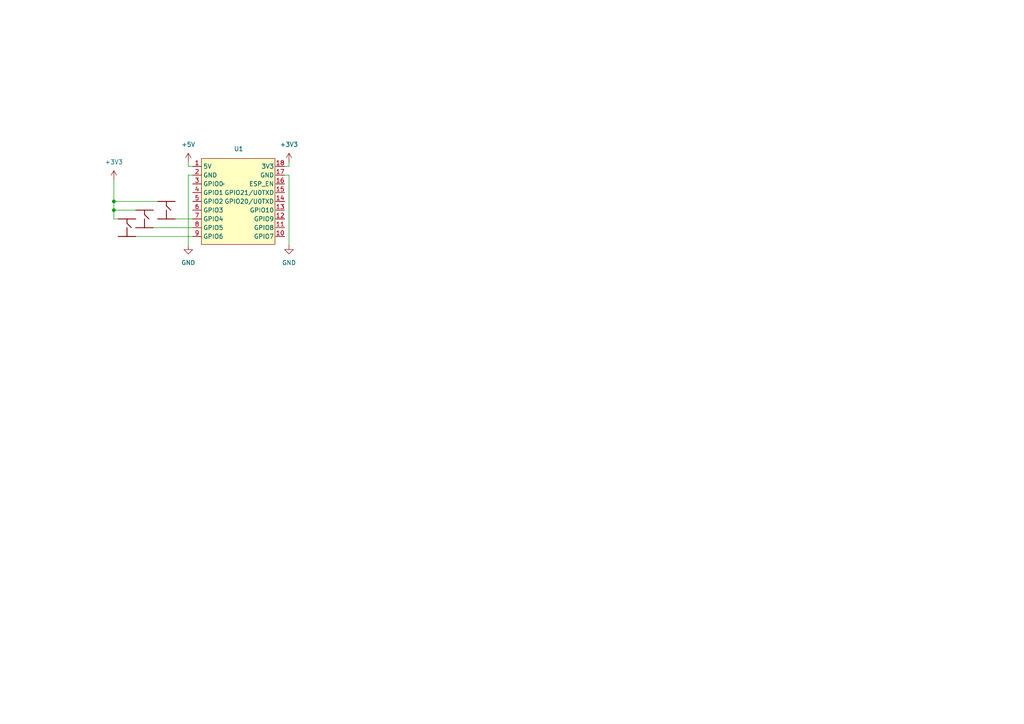
<source format=kicad_sch>
(kicad_sch (version 20230121) (generator eeschema)
  (paper "A4")
  (lib_symbols
    (symbol "BUTTON_4PIN_TS_1177_1"
      (symbol "BUTTON_4PIN_TS_1177_1_1_0"
        (polyline (pts (xy -2.54 0) (xy 0 0)) (stroke (width 0.254)))
        (polyline (pts (xy -2.54 5.08) (xy 0 5.08)) (stroke (width 0.254)))
        (polyline (pts (xy 0 0) (xy 2.54 0)) (stroke (width 0.254)))
        (polyline (pts (xy 0 2.54) (xy 0 0)) (stroke (width 0.254)))
        (polyline (pts (xy 0 3.81) (xy 1.27 2.54)) (stroke (width 0.254)))
        (polyline (pts (xy 0 5.08) (xy 0 3.81)) (stroke (width 0.254)))
        (polyline (pts (xy 0 5.08) (xy 2.54 5.08)) (stroke (width 0.254)))
        (pin bidirectional line (at -2.54 5.08 0) (length 0) (name "1") (number "P1"))
        (pin bidirectional line (at 2.54 5.08 0) (length 0) (name "2") (number "P2"))
        (pin bidirectional line (at -2.54 0 0) (length 0) (name "3") (number "P3"))
        (pin bidirectional line (at 2.54 0 0) (length 0) (name "4") (number "P4"))
      )
    )
    (symbol "BUTTON_4PIN_TS_1177_2"
      (symbol "BUTTON_4PIN_TS_1177_2_1_0"
        (polyline (pts (xy -2.54 0) (xy 0 0)) (stroke (width 0.254)))
        (polyline (pts (xy -2.54 5.08) (xy 0 5.08)) (stroke (width 0.254)))
        (polyline (pts (xy 0 0) (xy 2.54 0)) (stroke (width 0.254)))
        (polyline (pts (xy 0 2.54) (xy 0 0)) (stroke (width 0.254)))
        (polyline (pts (xy 0 3.81) (xy 1.27 2.54)) (stroke (width 0.254)))
        (polyline (pts (xy 0 5.08) (xy 0 3.81)) (stroke (width 0.254)))
        (polyline (pts (xy 0 5.08) (xy 2.54 5.08)) (stroke (width 0.254)))
        (pin bidirectional line (at -2.54 5.08 0) (length 0) (name "1") (number "P1"))
        (pin bidirectional line (at 2.54 5.08 0) (length 0) (name "2") (number "P2"))
        (pin bidirectional line (at -2.54 0 0) (length 0) (name "3") (number "P3"))
        (pin bidirectional line (at 2.54 0 0) (length 0) (name "4") (number "P4"))
      )
    )
    (symbol "personal2:BUTTON_4PIN_TS_1177"
      (symbol "BUTTON_4PIN_TS_1177_1_0"
        (polyline (pts (xy -2.54 0) (xy 0 0)) (stroke (width 0.254)))
        (polyline (pts (xy -2.54 5.08) (xy 0 5.08)) (stroke (width 0.254)))
        (polyline (pts (xy 0 0) (xy 2.54 0)) (stroke (width 0.254)))
        (polyline (pts (xy 0 2.54) (xy 0 0)) (stroke (width 0.254)))
        (polyline (pts (xy 0 3.81) (xy 1.27 2.54)) (stroke (width 0.254)))
        (polyline (pts (xy 0 5.08) (xy 0 3.81)) (stroke (width 0.254)))
        (polyline (pts (xy 0 5.08) (xy 2.54 5.08)) (stroke (width 0.254)))
        (pin bidirectional line (at -2.54 5.08 0) (length 0) (name "1") (number "P1"))
        (pin bidirectional line (at 2.54 5.08 0) (length 0) (name "2") (number "P2"))
        (pin bidirectional line (at -2.54 0 0) (length 0) (name "3") (number "P3"))
        (pin bidirectional line (at 2.54 0 0) (length 0) (name "4") (number "P4"))
      )
    )
    (symbol "personal2:ESP32-C3_DevKit_Rev_A"
      (property "Reference" "U" (at -8.382 8.382 0))
      (symbol "ESP32-C3_DevKit_Rev_A_1_1"
        (rectangle (start -6.35 7.366) (end 14.986 -17.526) (fill (type background)))
        (pin input line (at -8.89 5.08 0) (length 2.54) (name "5V") (number "1"))
        (pin input line (at 17.78 -15.24 180) (length 2.54) (name "GPIO7") (number "10"))
        (pin input line (at 17.78 -12.7 180) (length 2.54) (name "GPIO8") (number "11"))
        (pin input line (at 17.78 -10.16 180) (length 2.54) (name "GPIO9") (number "12"))
        (pin input line (at 17.78 -7.62 180) (length 2.54) (name "GPIO10") (number "13"))
        (pin input line (at 17.78 -5.08 180) (length 2.54) (name "GPIO20/U0TXD") (number "14"))
        (pin input line (at 17.78 -2.54 180) (length 2.54) (name "GPIO21/U0TXD") (number "15"))
        (pin input line (at 17.78 0 180) (length 2.54) (name "ESP_EN") (number "16"))
        (pin input line (at 17.78 2.54 180) (length 2.54) (name "GND") (number "17"))
        (pin input line (at 17.78 5.08 180) (length 2.54) (name "3V3") (number "18"))
        (pin input line (at -8.89 2.54 0) (length 2.54) (name "GND") (number "2"))
        (pin input line (at -8.89 0 0) (length 2.54) (name "GPIO0") (number "3"))
        (pin input line (at -8.89 -2.54 0) (length 2.54) (name "GPIO1") (number "4"))
        (pin input line (at -8.89 -5.08 0) (length 2.54) (name "GPIO2") (number "5"))
        (pin input line (at -8.89 -7.62 0) (length 2.54) (name "GPIO3") (number "6"))
        (pin input line (at -8.89 -10.16 0) (length 2.54) (name "GPIO4") (number "7"))
        (pin input line (at -8.89 -12.7 0) (length 2.54) (name "GPIO5") (number "8"))
        (pin input line (at -8.89 -15.24 0) (length 2.54) (name "GPIO6") (number "9"))
      )
    )
    (symbol "power:+3V3" (power) (pin_names (offset 0))
      (property "Value" "+3V3" (at 0 3.556 0))
      (symbol "+3V3_0_1"
        (polyline (pts (xy -0.762 1.27) (xy 0 2.54)))
        (polyline (pts (xy 0 0) (xy 0 2.54)))
        (polyline (pts (xy 0 2.54) (xy 0.762 1.27)))
      )
      (symbol "+3V3_1_1"
        (pin power_in line (at 0 0 90) (length 0) hide (name "+3V3") (number "1"))
      )
    )
    (symbol "power:+5V" (power) (pin_names (offset 0))
      (property "Value" "+5V" (at 0 3.556 0))
      (symbol "+5V_0_1"
        (polyline (pts (xy -0.762 1.27) (xy 0 2.54)))
        (polyline (pts (xy 0 0) (xy 0 2.54)))
        (polyline (pts (xy 0 2.54) (xy 0.762 1.27)))
      )
      (symbol "+5V_1_1"
        (pin power_in line (at 0 0 90) (length 0) hide (name "+5V") (number "1"))
      )
    )
    (symbol "power:GND" (power) (pin_names (offset 0))
      (property "Value" "GND" (at 0 -3.81 0))
      (symbol "GND_0_1"
        (polyline (pts (xy 0 0) (xy 0 -1.27) (xy 1.27 -1.27) (xy 0 -2.54) (xy -1.27 -1.27) (xy 0 -1.27)))
      )
      (symbol "GND_1_1"
        (pin power_in line (at 0 0 270) (length 0) hide (name "GND") (number "1"))
      )
    )
  )
  (junction (at 33.02 58.42))
  (junction (at 33.02 60.96))
  (wire (pts (xy 54.61 46.99) (xy 54.61 48.26)))
  (wire (pts (xy 54.61 50.8) (xy 55.88 50.8)))
  (wire (pts (xy 39.37 60.96) (xy 33.02 60.96)))
  (wire (pts (xy 33.02 52.07) (xy 33.02 58.42)))
  (wire (pts (xy 50.8 63.5) (xy 55.88 63.5)))
  (wire (pts (xy 54.61 48.26) (xy 55.88 48.26)))
  (wire (pts (xy 83.82 46.99) (xy 83.82 48.26)))
  (wire (pts (xy 83.82 48.26) (xy 82.55 48.26)))
  (wire (pts (xy 33.02 63.5) (xy 33.02 60.96)))
  (wire (pts (xy 83.82 71.12) (xy 83.82 50.8)))
  (wire (pts (xy 39.37 68.58) (xy 55.88 68.58)))
  (wire (pts (xy 33.02 60.96) (xy 33.02 58.42)))
  (wire (pts (xy 54.61 71.12) (xy 54.61 50.8)))
  (wire (pts (xy 83.82 50.8) (xy 82.55 50.8)))
  (wire (pts (xy 45.72 58.42) (xy 33.02 58.42)))
  (wire (pts (xy 44.45 66.04) (xy 55.88 66.04)))
  (wire (pts (xy 34.29 63.5) (xy 33.02 63.5)))
  (symbol (lib_name "BUTTON_4PIN_TS_1177_2") (lib_id "personal2:BUTTON_4PIN_TS_1177") (at 41.91 66.04 0) (unit 1)
    (property "Reference" "s6" (effects hide))
    (property "Value" "BUTTON_4PIN_TS_1177" (effects hide))
    (property "Footprint" "Personal:TS-1177-C-B-B" (effects hide))
  )
  (symbol (lib_id "personal2:BUTTON_4PIN_TS_1177") (at 36.83 68.58 0) (unit 1)
    (property "Reference" "s4" (effects hide))
    (property "Value" "BUTTON_4PIN_TS_1177" (effects hide))
    (property "Footprint" "Personal:TS-1177-C-B-B" (effects hide))
  )
  (symbol (lib_id "personal2:ESP32-C3_DevKit_Rev_A") (at 64.77 53.34 0) (unit 1)
    (property "Reference" "U1" (at 69.215 43.18 0))
    (property "Value" "~" (at 64.77 53.34 0))
    (property "Footprint" "Personal:ESP32-C3-DevKit" (effects hide))
  )
  (symbol (lib_id "power:+3V3") (at 83.82 46.99 0) (unit 1)
    (property "Reference" "#PWR03" (effects hide))
    (property "Value" "+3V3" (at 83.82 41.91 0))
  )
  (symbol (lib_id "power:GND") (at 54.61 71.12 0) (unit 1)
    (property "Reference" "#PWR02" (effects hide))
    (property "Value" "GND" (at 54.61 76.2 0))
  )
  (symbol (lib_id "power:+3V3") (at 33.02 52.07 0) (unit 1)
    (property "Reference" "#PWR05" (effects hide))
    (property "Value" "+3V3" (at 33.02 46.99 0))
  )
  (symbol (lib_id "power:+5V") (at 54.61 46.99 0) (unit 1)
    (property "Reference" "#PWR04" (effects hide))
    (property "Value" "+5V" (at 54.61 41.91 0))
  )
  (symbol (lib_id "power:GND") (at 83.82 71.12 0) (unit 1)
    (property "Reference" "#PWR01" (effects hide))
    (property "Value" "GND" (at 83.82 76.2 0))
  )
  (symbol (lib_name "BUTTON_4PIN_TS_1177_1") (lib_id "personal2:BUTTON_4PIN_TS_1177") (at 48.26 63.5 0) (unit 1)
    (property "Reference" "s8" (effects hide))
    (property "Value" "BUTTON_4PIN_TS_1177" (effects hide))
    (property "Footprint" "Personal:TS-1177-C-B-B" (effects hide))
  )
)
</source>
